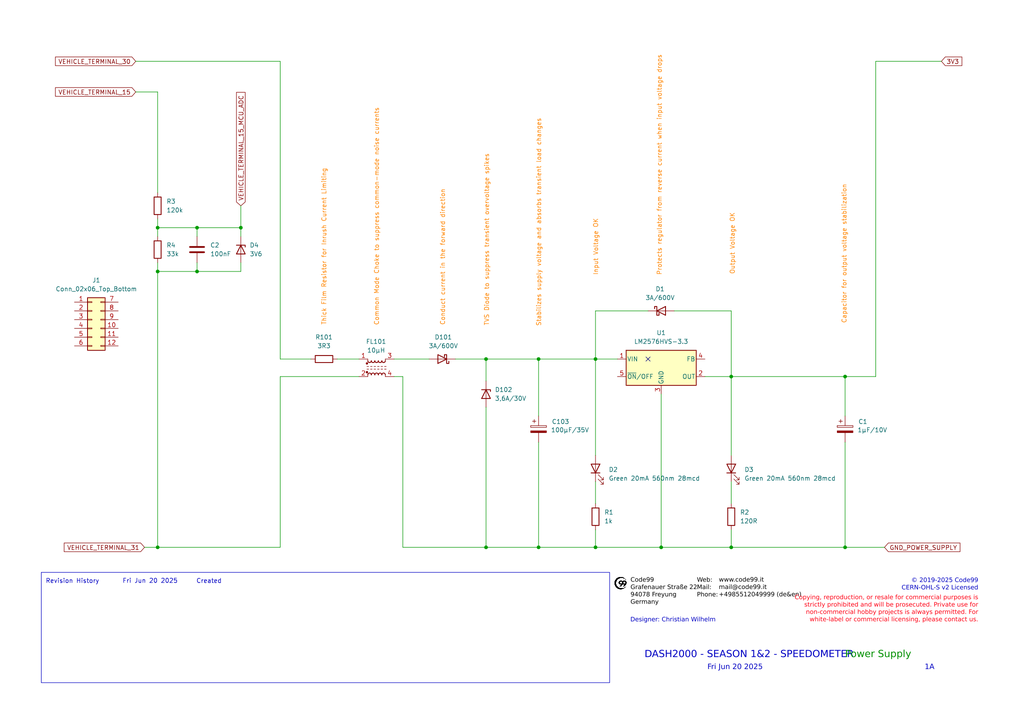
<source format=kicad_sch>
(kicad_sch (version 20250114) (generator "eeschema") (generator_version "9.0")
  (paper "A4")
  (lib_symbols
    (symbol "Connector_Generic:Conn_02x06_Top_Bottom" (pin_names (offset 1.016) (hide yes))
      (property "Reference" "J" (at 1.27 7.62 0))
      (property "Value" "Conn_02x06_Top_Bottom" (at 1.27 -10.16 0))
      (symbol "Conn_02x06_Top_Bottom_1_1"
        (rectangle (start -1.27 6.35) (end 3.81 -8.89) (stroke (width 0.254)) (fill (type background)))
        (rectangle (start -1.27 5.207) (end 0 4.953) (stroke (width 0.1524)))
        (rectangle (start -1.27 2.667) (end 0 2.413) (stroke (width 0.1524)))
        (rectangle (start -1.27 0.127) (end 0 -0.127) (stroke (width 0.1524)))
        (rectangle (start -1.27 -2.413) (end 0 -2.667) (stroke (width 0.1524)))
        (rectangle (start -1.27 -4.953) (end 0 -5.207) (stroke (width 0.1524)))
        (rectangle (start -1.27 -7.493) (end 0 -7.747) (stroke (width 0.1524)))
        (rectangle (start 3.81 5.207) (end 2.54 4.953) (stroke (width 0.1524)))
        (rectangle (start 3.81 2.667) (end 2.54 2.413) (stroke (width 0.1524)))
        (rectangle (start 3.81 0.127) (end 2.54 -0.127) (stroke (width 0.1524)))
        (rectangle (start 3.81 -2.413) (end 2.54 -2.667) (stroke (width 0.1524)))
        (rectangle (start 3.81 -4.953) (end 2.54 -5.207) (stroke (width 0.1524)))
        (rectangle (start 3.81 -7.493) (end 2.54 -7.747) (stroke (width 0.1524)))
        (pin passive line (at -5.08 5.08 0) (length 3.81) (name "Pin_1") (number "1"))
        (pin passive line (at -5.08 2.54 0) (length 3.81) (name "Pin_2") (number "2"))
        (pin passive line (at -5.08 0 0) (length 3.81) (name "Pin_3") (number "3"))
        (pin passive line (at -5.08 -2.54 0) (length 3.81) (name "Pin_4") (number "4"))
        (pin passive line (at -5.08 -5.08 0) (length 3.81) (name "Pin_5") (number "5"))
        (pin passive line (at -5.08 -7.62 0) (length 3.81) (name "Pin_6") (number "6"))
        (pin passive line (at 7.62 5.08 180) (length 3.81) (name "Pin_7") (number "7"))
        (pin passive line (at 7.62 2.54 180) (length 3.81) (name "Pin_8") (number "8"))
        (pin passive line (at 7.62 0 180) (length 3.81) (name "Pin_9") (number "9"))
        (pin passive line (at 7.62 -2.54 180) (length 3.81) (name "Pin_10") (number "10"))
        (pin passive line (at 7.62 -5.08 180) (length 3.81) (name "Pin_11") (number "11"))
        (pin passive line (at 7.62 -7.62 180) (length 3.81) (name "Pin_12") (number "12"))
      )
    )
    (symbol "Device:C" (pin_numbers (hide yes)) (pin_names (offset 0.254))
      (property "Reference" "C" (at 0.635 2.54 0))
      (property "Value" "C" (at 0.635 -2.54 0))
      (symbol "C_0_1"
        (polyline (pts (xy -2.032 0.762) (xy 2.032 0.762)) (stroke (width 0.508)))
        (polyline (pts (xy -2.032 -0.762) (xy 2.032 -0.762)) (stroke (width 0.508)))
      )
      (symbol "C_1_1"
        (pin passive line (at 0 3.81 270) (length 2.794) (name "~") (number "1"))
        (pin passive line (at 0 -3.81 90) (length 2.794) (name "~") (number "2"))
      )
    )
    (symbol "Device:C_Polarized" (pin_numbers (hide yes)) (pin_names (offset 0.254))
      (property "Reference" "C" (at 0.635 2.54 0))
      (property "Value" "C_Polarized" (at 0.635 -2.54 0))
      (symbol "C_Polarized_0_1"
        (rectangle (start -2.286 0.508) (end 2.286 1.016))
        (polyline (pts (xy -1.778 2.286) (xy -0.762 2.286)))
        (polyline (pts (xy -1.27 2.794) (xy -1.27 1.778)))
        (rectangle (start 2.286 -0.508) (end -2.286 -1.016) (fill (type outline)))
      )
      (symbol "C_Polarized_1_1"
        (pin passive line (at 0 3.81 270) (length 2.794) (name "~") (number "1"))
        (pin passive line (at 0 -3.81 90) (length 2.794) (name "~") (number "2"))
      )
    )
    (symbol "Device:D_Schottky" (pin_numbers (hide yes)) (pin_names (offset 1.016) (hide yes))
      (property "Reference" "D" (at 0 2.54 0))
      (property "Value" "D_Schottky" (at 0 -2.54 0))
      (symbol "D_Schottky_0_1"
        (polyline (pts (xy -1.905 0.635) (xy -1.905 1.27) (xy -1.27 1.27) (xy -1.27 -1.27) (xy -0.635 -1.27) (xy -0.635 -0.635)) (stroke (width 0.254)))
        (polyline (pts (xy 1.27 1.27) (xy 1.27 -1.27) (xy -1.27 0) (xy 1.27 1.27)) (stroke (width 0.254)))
        (polyline (pts (xy 1.27 0) (xy -1.27 0)))
      )
      (symbol "D_Schottky_1_1"
        (pin passive line (at -3.81 0 0) (length 2.54) (name "K") (number "1"))
        (pin passive line (at 3.81 0 180) (length 2.54) (name "A") (number "2"))
      )
    )
    (symbol "Device:D_Zener" (pin_numbers (hide yes)) (pin_names (offset 1.016) (hide yes))
      (property "Reference" "D" (at 0 2.54 0))
      (property "Value" "D_Zener" (at 0 -2.54 0))
      (symbol "D_Zener_0_1"
        (polyline (pts (xy -1.27 -1.27) (xy -1.27 1.27) (xy -0.762 1.27)) (stroke (width 0.254)))
        (polyline (pts (xy 1.27 0) (xy -1.27 0)))
        (polyline (pts (xy 1.27 -1.27) (xy 1.27 1.27) (xy -1.27 0) (xy 1.27 -1.27)) (stroke (width 0.254)))
      )
      (symbol "D_Zener_1_1"
        (pin passive line (at -3.81 0 0) (length 2.54) (name "K") (number "1"))
        (pin passive line (at 3.81 0 180) (length 2.54) (name "A") (number "2"))
      )
    )
    (symbol "Device:LED" (pin_numbers (hide yes)) (pin_names (offset 1.016) (hide yes))
      (property "Reference" "D" (at 0 2.54 0))
      (property "Value" "LED" (at 0 -2.54 0))
      (symbol "LED_0_1"
        (polyline (pts (xy -3.048 -0.762) (xy -4.572 -2.286) (xy -3.81 -2.286) (xy -4.572 -2.286) (xy -4.572 -1.524)))
        (polyline (pts (xy -1.778 -0.762) (xy -3.302 -2.286) (xy -2.54 -2.286) (xy -3.302 -2.286) (xy -3.302 -1.524)))
        (polyline (pts (xy -1.27 0) (xy 1.27 0)))
        (polyline (pts (xy -1.27 -1.27) (xy -1.27 1.27)) (stroke (width 0.254)))
        (polyline (pts (xy 1.27 -1.27) (xy 1.27 1.27) (xy -1.27 0) (xy 1.27 -1.27)) (stroke (width 0.254)))
      )
      (symbol "LED_1_1"
        (pin passive line (at -3.81 0 0) (length 2.54) (name "K") (number "1"))
        (pin passive line (at 3.81 0 180) (length 2.54) (name "A") (number "2"))
      )
    )
    (symbol "Device:R" (pin_numbers (hide yes)) (pin_names (offset 0))
      (property "Reference" "R" (at 2.032 0 90))
      (property "Value" "R" (at 0 0 90))
      (symbol "R_0_1"
        (rectangle (start -1.016 -2.54) (end 1.016 2.54) (stroke (width 0.254)))
      )
      (symbol "R_1_1"
        (pin passive line (at 0 3.81 270) (length 1.27) (name "~") (number "1"))
        (pin passive line (at 0 -3.81 90) (length 1.27) (name "~") (number "2"))
      )
    )
    (symbol "Diode:PTVS26VZ1USK" (pin_numbers (hide yes)) (pin_names (hide yes))
      (property "Reference" "D" (at 0 2.54 0))
      (property "Value" "PTVS26VZ1USK" (at 0 -2.54 0))
      (symbol "PTVS26VZ1USK_0_1"
        (polyline (pts (xy -1.27 -1.27) (xy -1.27 1.27) (xy -0.762 1.27)) (stroke (width 0.254)))
        (polyline (pts (xy 1.27 0) (xy -1.27 0)))
        (polyline (pts (xy 1.27 -1.27) (xy 1.27 1.27) (xy -1.27 0) (xy 1.27 -1.27)) (stroke (width 0.254)))
      )
      (symbol "PTVS26VZ1USK_1_1"
        (pin passive line (at -3.81 0 0) (length 2.54) (name "K") (number "1"))
        (pin passive line (at 3.81 0 180) (length 2.54) (name "A") (number "2"))
      )
    )
    (symbol "Filter:Choke_CommonMode_FerriteCore_1324" (pin_names (offset 0.254) (hide yes))
      (property "Reference" "FL" (at 0 4.445 0))
      (property "Value" "Choke_CommonMode_FerriteCore_1324" (at 0 -4.445 0))
      (symbol "Choke_CommonMode_FerriteCore_1324_0_1"
        (circle (center -2.794 1.27) (radius 0.254) (fill (type outline)))
        (polyline (pts (xy -2.794 0.381) (xy -2.286 0.381)))
        (polyline (pts (xy -2.794 -0.381) (xy -2.286 -0.381)))
        (circle (center -2.794 -1.27) (radius 0.254) (fill (type outline)))
        (polyline (pts (xy -2.54 2.032) (xy -2.54 2.54)))
        (polyline (pts (xy -2.54 -2.032) (xy -2.54 -2.54)))
        (arc (start -1.524 2.032) (mid -2.032 1.5262) (end -2.54 2.032) (stroke (width 0.254)))
        (arc (start -2.54 -2.032) (mid -2.032 -1.5262) (end -1.524 -2.032) (stroke (width 0.254)))
        (polyline (pts (xy -1.778 0.381) (xy -1.27 0.381)))
        (polyline (pts (xy -1.778 -0.381) (xy -1.27 -0.381)))
        (arc (start -0.508 2.032) (mid -1.016 1.5262) (end -1.524 2.032) (stroke (width 0.254)))
        (arc (start -1.524 -2.032) (mid -1.016 -1.5262) (end -0.508 -2.032) (stroke (width 0.254)))
        (polyline (pts (xy -0.762 0.381) (xy -0.254 0.381)))
        (polyline (pts (xy -0.762 -0.381) (xy -0.254 -0.381)))
        (arc (start 0.508 2.032) (mid 0 1.5262) (end -0.508 2.032) (stroke (width 0.254)))
        (arc (start -0.508 -2.032) (mid 0 -1.5262) (end 0.508 -2.032) (stroke (width 0.254)))
        (polyline (pts (xy 0.254 0.381) (xy 0.762 0.381)))
        (polyline (pts (xy 0.254 -0.381) (xy 0.762 -0.381)))
        (arc (start 1.524 2.032) (mid 1.016 1.5262) (end 0.508 2.032) (stroke (width 0.254)))
        (arc (start 0.508 -2.032) (mid 1.016 -1.5262) (end 1.524 -2.032) (stroke (width 0.254)))
        (polyline (pts (xy 1.27 0.381) (xy 1.778 0.381)))
        (polyline (pts (xy 1.27 -0.381) (xy 1.778 -0.381)))
        (arc (start 2.54 2.032) (mid 2.032 1.5262) (end 1.524 2.032) (stroke (width 0.254)))
        (arc (start 1.524 -2.032) (mid 2.032 -1.5262) (end 2.54 -2.032) (stroke (width 0.254)))
        (polyline (pts (xy 2.286 0.381) (xy 2.794 0.381)))
        (polyline (pts (xy 2.286 -0.381) (xy 2.794 -0.381)))
        (polyline (pts (xy 2.54 2.54) (xy 2.54 2.032)))
        (polyline (pts (xy 2.54 -2.032) (xy 2.54 -2.54)))
      )
      (symbol "Choke_CommonMode_FerriteCore_1324_1_1"
        (pin passive line (at -5.08 2.54 0) (length 2.54) (name "1") (number "1"))
        (pin passive line (at -5.08 -2.54 0) (length 2.54) (name "2") (number "2"))
        (pin passive line (at 5.08 2.54 180) (length 2.54) (name "3") (number "3"))
        (pin passive line (at 5.08 -2.54 180) (length 2.54) (name "4") (number "4"))
      )
    )
    (symbol "Regulator_Switching:LM2576HVS-3.3" (pin_names (offset 0.254))
      (property "Reference" "U" (at -10.16 6.35 0))
      (property "Value" "LM2576HVS-3.3" (at 0 6.35 0))
      (symbol "LM2576HVS-3.3_0_1"
        (rectangle (start -10.16 5.08) (end 10.16 -5.08) (stroke (width 0.254)) (fill (type background)))
      )
      (symbol "LM2576HVS-3.3_1_1"
        (pin power_in line (at -12.7 2.54 0) (length 2.54) (name "VIN") (number "1"))
        (pin input line (at -12.7 -2.54 0) (length 2.54) (name "~{ON}/OFF") (number "5"))
        (pin power_in line (at 0 -7.62 90) (length 2.54) (name "GND") (number "3"))
        (pin input line (at 12.7 2.54 180) (length 2.54) (name "FB") (number "4"))
        (pin output line (at 12.7 -2.54 180) (length 2.54) (name "OUT") (number "2"))
      )
    )
  )
  (rectangle (start 11.9763 166.0062) (end 176.8243 198.0073))
  (text "1A" (at 271.018 194.056 0) (effects (font (size 1.524 1.524)) (justify right)))
  (text "DASH2000 - SEASON 1&2 - SPEEDOMETER" (at 186.944 190.5 0) (effects (font (size 2.032 2.032)) (justify left)))
  (text "Designer: Christian Wilhelm" (at 182.8289 180.2636 0) (effects (font (size 1.27 1.27)) (justify left)))
  (text "Power Supply" (at 245.11 190.5 0) (effects (font (size 2.032 2.032)) (justify left)))
  (text "Input Voltage OK" (at 172.81 79.9956 90) (effects (font (size 1.27 1.27)) (justify left)))
  (text "Fri Jun 20 2025" (at 221.234 194.056 0) (effects (font (size 1.524 1.524)) (justify right)))
  (text "Output Voltage OK" (at 212.434 79.7416 90) (effects (font (size 1.27 1.27)) (justify left)))
  (text "Created" (at 56.896 168.656 0) (effects (font (size 1.27 1.27)) (justify left)))
  (text "Copying, reproduction, or resale for commercial purposes is\nstrictly prohibited and will be prosecuted. Private use for\nnon-commercial hobby projects is always permitted. For\nwhite-label or commercial licensing, please contact us." (at 283.718 177.038 0) (effects (font (size 1.27 1.27)) (justify right)))
  (text "Web:\nMail:\nPhone:" (at 202.1363 170.9009 0) (effects (font (size 1.27 1.27)) (justify left)))
  (text "Revision History" (at 13.208 168.656 0) (effects (font (size 1.27 1.27)) (justify left)))
  (text "© 2019-2025 Code99\nCERN-OHL-S v2 Licensed" (at 283.718 169.926 0) (effects (font (size 1.27 1.27)) (justify right)))
  (text "Protects regulator from reverse current when input voltage drops" (at 191.262 80.01 90) (effects (font (size 1.27 1.27)) (justify left)))
  (text "Capacitor for output voltage stabilization" (at 244.856 93.98 90) (effects (font (size 1.27 1.27)) (justify left)))
  (text "Common Mode Choke to suppress common-mode noise currents" (at 109.2417 94.5648 90) (effects (font (size 1.27 1.27)) (justify left)))
  (text "TVS Diode to suppress transient overvoltage spikes" (at 141.1753 94.6841 90) (effects (font (size 1.27 1.27)) (justify left)))
  (text "Conduct current in the forward direction" (at 128.4099 94.5265 90) (effects (font (size 1.27 1.27)) (justify left)))
  (text "Fri Jun 20 2025" (at 35.4929 168.629 0) (effects (font (size 1.27 1.27)) (justify left)))
  (text "Stabilizes supply voltage and absorbs transient load changes" (at 156.2803 94.8214 90) (effects (font (size 1.27 1.27)) (justify left)))
  (text "Code99\nGrafenauer Straße 22\n94078 Freyung\nGermany\n" (at 182.88 171.958 0) (effects (font (size 1.27 1.27)) (justify left)))
  (text "www.code99.it\nmail@code99.it\n+4985512049999 (de&en)" (at 208.504 170.8725 0) (effects (font (size 1.27 1.27)) (justify left)))
  (text "Thick Film Resistor for Inrush Current Limiting" (at 93.98 94.488 90) (effects (font (size 1.27 1.27)) (justify left)))
  (junction (at 45.72 158.75))
  (junction (at 140.97 158.75))
  (junction (at 45.72 66.04))
  (junction (at 212.09 158.75))
  (junction (at 140.97 104.14))
  (junction (at 57.15 78.74))
  (junction (at 69.85 66.04))
  (junction (at 156.21 158.75))
  (junction (at 57.15 66.04))
  (junction (at 245.11 158.75))
  (junction (at 156.21 104.14))
  (junction (at 45.72 78.74))
  (junction (at 245.11 109.22))
  (junction (at 212.09 109.22))
  (junction (at 172.72 158.75))
  (junction (at 172.72 104.14))
  (junction (at 191.77 158.75))
  (no_connect (at 187.96 104.14))
  (wire (pts (xy 45.72 76.2) (xy 45.72 78.74)))
  (wire (pts (xy 140.97 118.11) (xy 140.97 158.75)))
  (wire (pts (xy 172.72 104.14) (xy 172.72 132.08)))
  (wire (pts (xy 140.97 104.14) (xy 156.21 104.14)))
  (wire (pts (xy 204.47 109.22) (xy 212.09 109.22)))
  (wire (pts (xy 41.91 158.75) (xy 45.72 158.75)))
  (wire (pts (xy 156.21 104.14) (xy 172.72 104.14)))
  (wire (pts (xy 116.84 109.22) (xy 116.84 158.75)))
  (wire (pts (xy 45.72 66.04) (xy 45.72 68.58)))
  (wire (pts (xy 172.72 139.7) (xy 172.72 146.05)))
  (wire (pts (xy 191.77 114.3) (xy 191.77 158.75)))
  (wire (pts (xy 245.11 109.22) (xy 245.11 120.65)))
  (wire (pts (xy 45.72 78.74) (xy 45.72 158.75)))
  (wire (pts (xy 254 17.78) (xy 254 109.22)))
  (wire (pts (xy 212.09 109.22) (xy 212.09 132.08)))
  (wire (pts (xy 212.09 109.22) (xy 245.11 109.22)))
  (wire (pts (xy 212.09 158.75) (xy 191.77 158.75)))
  (wire (pts (xy 45.72 26.67) (xy 45.72 55.88)))
  (wire (pts (xy 57.15 78.74) (xy 69.85 78.74)))
  (wire (pts (xy 156.21 158.75) (xy 172.72 158.75)))
  (wire (pts (xy 69.85 59.69) (xy 69.85 66.04)))
  (wire (pts (xy 45.72 63.5) (xy 45.72 66.04)))
  (wire (pts (xy 140.97 158.75) (xy 156.21 158.75)))
  (wire (pts (xy 212.09 139.7) (xy 212.09 146.05)))
  (wire (pts (xy 172.72 90.17) (xy 172.72 104.14)))
  (wire (pts (xy 69.85 76.2) (xy 69.85 78.74)))
  (wire (pts (xy 57.15 66.04) (xy 69.85 66.04)))
  (wire (pts (xy 212.09 90.17) (xy 212.09 109.22)))
  (wire (pts (xy 212.09 153.67) (xy 212.09 158.75)))
  (wire (pts (xy 156.21 128.27) (xy 156.21 158.75)))
  (wire (pts (xy 39.37 26.67) (xy 45.72 26.67)))
  (wire (pts (xy 172.72 104.14) (xy 179.07 104.14)))
  (wire (pts (xy 69.85 66.04) (xy 69.85 68.58)))
  (wire (pts (xy 212.09 158.75) (xy 245.11 158.75)))
  (wire (pts (xy 256.54 158.75) (xy 245.11 158.75)))
  (wire (pts (xy 114.3 104.14) (xy 124.46 104.14)))
  (wire (pts (xy 45.72 78.74) (xy 57.15 78.74)))
  (wire (pts (xy 140.97 104.14) (xy 140.97 110.49)))
  (wire (pts (xy 81.28 104.14) (xy 90.17 104.14)))
  (wire (pts (xy 81.28 17.78) (xy 81.28 104.14)))
  (wire (pts (xy 254 17.78) (xy 273.05 17.78)))
  (wire (pts (xy 172.72 90.17) (xy 187.96 90.17)))
  (wire (pts (xy 156.21 104.14) (xy 156.21 120.65)))
  (wire (pts (xy 114.3 109.22) (xy 116.84 109.22)))
  (wire (pts (xy 116.84 158.75) (xy 140.97 158.75)))
  (wire (pts (xy 172.72 158.75) (xy 191.77 158.75)))
  (wire (pts (xy 97.79 104.14) (xy 104.14 104.14)))
  (wire (pts (xy 132.08 104.14) (xy 140.97 104.14)))
  (wire (pts (xy 195.58 90.17) (xy 212.09 90.17)))
  (wire (pts (xy 172.72 153.67) (xy 172.72 158.75)))
  (wire (pts (xy 57.15 76.2) (xy 57.15 78.74)))
  (wire (pts (xy 45.72 66.04) (xy 57.15 66.04)))
  (wire (pts (xy 245.11 109.22) (xy 254 109.22)))
  (wire (pts (xy 245.11 128.27) (xy 245.11 158.75)))
  (wire (pts (xy 39.37 17.78) (xy 81.28 17.78)))
  (wire (pts (xy 57.15 66.04) (xy 57.15 68.58)))
  (wire (pts (xy 81.28 109.22) (xy 104.14 109.22)))
  (wire (pts (xy 81.28 109.22) (xy 81.28 158.75)))
  (wire (pts (xy 45.72 158.75) (xy 81.28 158.75)))
  (image (at 180.0009 169.1219) (scale 0.0225))
  (global_label "VEHICLE_TERMINAL_15" (shape input) (at 39.37 26.67 180) (property "Intersheetrefs" "${INTERSHEET_REFS}" (effects (hide yes))))
  (global_label "GND_POWER_SUPPLY" (shape input) (at 256.54 158.75 0) (property "Intersheetrefs" "${INTERSHEET_REFS}" (effects (hide yes))))
  (global_label "3V3" (shape input) (at 273.05 17.78 0) (property "Intersheetrefs" "${INTERSHEET_REFS}" (effects (hide yes))))
  (global_label "VEHICLE_TERMINAL_31" (shape input) (at 41.91 158.75 180) (property "Intersheetrefs" "${INTERSHEET_REFS}" (effects (hide yes))))
  (global_label "VEHICLE_TERMINAL_30" (shape input) (at 39.37 17.78 180) (property "Intersheetrefs" "${INTERSHEET_REFS}" (effects (hide yes))))
  (global_label "VEHICLE_TERMINAL_15_MCU_ADC" (shape input) (at 69.85 59.69 90) (property "Intersheetrefs" "${INTERSHEET_REFS}" (effects (hide yes))))
  (symbol (lib_id "Device:R") (at 212.09 149.86 0) (unit 1)
    (property "Reference" "R2" (at 214.63 148.5899 0) (effects (justify left)))
    (property "Value" "120R" (at 214.63 151.1299 0) (effects (justify left)))
    (property "Description" "Resistor" (effects (hide yes)))
  )
  (symbol (lib_id "Device:C_Polarized") (at 156.21 124.46 0) (unit 1)
    (property "Reference" "C103" (at 160.02 122.3009 0) (effects (justify left)))
    (property "Value" "100µF/35V" (at 159.766 124.714 0) (effects (justify left)))
    (property "Datasheet" "https://www.we-online.com/components/products/datasheet/865080545012.pdf" (effects (hide yes)))
    (property "Description" "Polarized capacitor" (effects (hide yes)))
    (property "Mouser" "710-865080545012" (effects (hide yes)))
    (property "Würth Elektronik" "865080545012" (effects (hide yes)))
  )
  (symbol (lib_id "Device:D_Schottky") (at 128.27 104.14 180) (unit 1)
    (property "Reference" "D101" (at 128.5875 97.79 0))
    (property "Value" "3A/600V" (at 128.5875 100.33 0))
    (property "Datasheet" "https://cms.wolfspeed.com/download/18654/" (effects (hide yes)))
    (property "Description" "Schottky diode" (effects (hide yes)))
    (property "Mouser" "941-C3D03060E" (effects (hide yes)))
    (property "Wolfspeed" "C3D03060E" (effects (hide yes)))
  )
  (symbol (lib_id "Device:C") (at 57.15 72.39 0) (unit 1)
    (property "Reference" "C2" (at 60.96 71.1199 0) (effects (justify left)))
    (property "Value" "100nF" (at 60.96 73.6599 0) (effects (justify left)))
    (property "Description" "Unpolarized capacitor" (effects (hide yes)))
  )
  (symbol (lib_id "Device:R") (at 172.72 149.86 0) (unit 1)
    (property "Reference" "R1" (at 175.26 148.5899 0) (effects (justify left)))
    (property "Value" "1k" (at 175.26 151.1299 0) (effects (justify left)))
    (property "Description" "Resistor" (effects (hide yes)))
  )
  (symbol (lib_id "Device:D_Zener") (at 69.85 72.39 270) (unit 1)
    (property "Reference" "D4" (at 72.39 71.1199 90) (effects (justify left)))
    (property "Value" "3V6" (at 72.39 73.6599 90) (effects (justify left)))
    (property "Description" "Zener diode" (effects (hide yes)))
  )
  (symbol (lib_id "Device:C_Polarized") (at 245.11 124.46 0) (unit 1)
    (property "Reference" "C1" (at 248.92 122.3009 0) (effects (justify left)))
    (property "Value" "1µF/10V" (at 248.666 124.714 0) (effects (justify left)))
    (property "Datasheet" "https://www.we-online.com/components/products/datasheet/865080545012.pdf" (effects (hide yes)))
    (property "Description" "Polarized capacitor" (effects (hide yes)))
    (property "Mouser" "667-EEE-FC1V1R0AR" (effects (hide yes)))
    (property "Panasonic" "EEE-FC1V1R0AR" (effects (hide yes)))
  )
  (symbol (lib_id "Connector_Generic:Conn_02x06_Top_Bottom") (at 26.67 92.71 0) (unit 1)
    (property "Reference" "J1" (at 27.94 81.28 0))
    (property "Value" "Conn_02x06_Top_Bottom" (at 27.94 83.82 0))
    (property "Footprint" "Connector_IDC:IDC-Header_2x06_P2.54mm_Vertical" (effects (hide yes)))
    (property "Description" "Generic connector, double row, 02x06, top/bottom pin numbering scheme (row 1: 1...pins_per_row, row2: pins_per_row+1 ... num_pins), script generated (kicad-library-utils/schlib/autogen/connector/)" (effects (hide yes)))
  )
  (symbol (lib_id "Diode:PTVS26VZ1USK") (at 140.97 114.3 270) (unit 1)
    (property "Reference" "D102" (at 143.51 113.0299 90) (effects (justify left)))
    (property "Value" "3,6A/30V" (at 143.51 115.5699 90) (effects (justify left)))
    (property "Footprint" "Diode_SMD:Nexperia_DSN1608-2_1.6x0.8mm" (effects (hide yes)))
    (property "Datasheet" "https://assets.nexperia.com/documents/data-sheet/PESD30VL1BLS-Q.pdf" (effects (hide yes)))
    (property "Description" "26V, 1850W TVS unidirectional diode, DSN1608-2" (effects (hide yes)))
    (property "Mouser" "771-PESD30VL1BLSQYL" (effects (hide yes)))
    (property "Nexperia" "PESD30VL1BLS-QYL" (effects (hide yes)))
  )
  (symbol (lib_id "Device:R") (at 93.98 104.14 90) (unit 1)
    (property "Reference" "R101" (at 93.98 97.79 90))
    (property "Value" "3R3" (at 93.98 100.33 90))
    (property "Datasheet" "https://www.mouser.de/datasheet/2/418/9/ENG_DS_1773204_6_A-3346838.pdf" (effects (hide yes)))
    (property "Description" "Resistor" (effects (hide yes)))
    (property "Mouser" "279-35503R3JT" (effects (hide yes)))
    (property "TE Connectivity" "35503R3JT" (effects (hide yes)))
    (property "Holsworthy" "35503R3JT" (effects (hide yes)))
  )
  (symbol (lib_id "Device:LED") (at 172.72 135.89 90) (unit 1)
    (property "Reference" "D2" (at 176.53 136.2074 90) (effects (justify right)))
    (property "Value" "Green 20mA 560nm 28mcd" (at 176.53 138.7474 90) (effects (justify right)))
    (property "Description" "Light emitting diode" (effects (hide yes)))
    (property "Sim.Pins" "1=K 2=A" (effects (hide yes)))
    (property "Mouser" "720-LPT676L1M225" (effects (hide yes)))
    (property "ams Osram" "LP T676-L1M2-25" (effects (hide yes)))
  )
  (symbol (lib_id "Regulator_Switching:LM2576HVS-3.3") (at 191.77 106.68 0) (unit 1)
    (property "Reference" "U1" (at 191.77 96.52 0))
    (property "Value" "LM2576HVS-3.3" (at 191.77 99.06 0))
    (property "Footprint" "Package_TO_SOT_SMD:TO-263-5_TabPin3" (effects (hide yes)))
    (property "Datasheet" "http://www.ti.com/lit/ds/symlink/lm2576.pdf" (effects (hide yes)))
    (property "Description" "3.3V, 3A, SIMPLE SWITCHER® Step-Down Voltage Regulator, High Voltage Input, TO-263" (effects (hide yes)))
  )
  (symbol (lib_id "Device:R") (at 45.72 72.39 0) (unit 1)
    (property "Reference" "R4" (at 48.26 71.1199 0) (effects (justify left)))
    (property "Value" "33k" (at 48.26 73.6599 0) (effects (justify left)))
    (property "Description" "Resistor" (effects (hide yes)))
  )
  (symbol (lib_id "Filter:Choke_CommonMode_FerriteCore_1324") (at 109.22 106.68 0) (unit 1)
    (property "Reference" "FL101" (at 109.093 99.06 0))
    (property "Value" "10µH" (at 109.093 101.6 0))
    (property "Datasheet" "https://www.mouser.de/datasheet/2/54/Bourns_04_16_2024_SRF4532TA-3451368.pdf" (effects (hide yes)))
    (property "Description" "Generic common-mode choke, ferrite core, 1324 pin order" (effects (hide yes)))
    (property "Mouser" "652-SRF4532TA-282Y" (effects (hide yes)))
    (property "Bourns" "SRF4532TA-282Y" (effects (hide yes)))
  )
  (symbol (lib_id "Device:LED") (at 212.09 135.89 90) (unit 1)
    (property "Reference" "D3" (at 215.9 136.2074 90) (effects (justify right)))
    (property "Value" "Green 20mA 560nm 28mcd" (at 215.9 138.7474 90) (effects (justify right)))
    (property "Description" "Light emitting diode" (effects (hide yes)))
    (property "Sim.Pins" "1=K 2=A" (effects (hide yes)))
    (property "Mouser" "720-LPT676L1M225" (effects (hide yes)))
    (property "ams Osram" "LP T676-L1M2-25" (effects (hide yes)))
  )
  (symbol (lib_id "Device:D_Schottky") (at 191.77 90.17 0) (unit 1)
    (property "Reference" "D1" (at 191.4525 83.82 0))
    (property "Value" "3A/600V" (at 191.4525 86.36 0))
    (property "Datasheet" "https://cms.wolfspeed.com/download/18654/" (effects (hide yes)))
    (property "Description" "Schottky diode" (effects (hide yes)))
    (property "Mouser" "941-C3D03060E" (effects (hide yes)))
    (property "Wolfspeed" "C3D03060E" (effects (hide yes)))
  )
  (symbol (lib_id "Device:R") (at 45.72 59.69 0) (unit 1)
    (property "Reference" "R3" (at 48.26 58.4199 0) (effects (justify left)))
    (property "Value" "120k" (at 48.26 60.9599 0) (effects (justify left)))
    (property "Description" "Resistor" (effects (hide yes)))
  )
)
</source>
